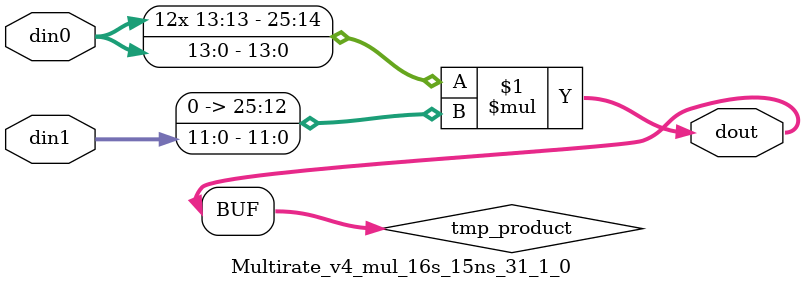
<source format=v>

`timescale 1 ns / 1 ps

 module Multirate_v4_mul_16s_15ns_31_1_0(din0, din1, dout);
parameter ID = 1;
parameter NUM_STAGE = 0;
parameter din0_WIDTH = 14;
parameter din1_WIDTH = 12;
parameter dout_WIDTH = 26;

input [din0_WIDTH - 1 : 0] din0; 
input [din1_WIDTH - 1 : 0] din1; 
output [dout_WIDTH - 1 : 0] dout;

wire signed [dout_WIDTH - 1 : 0] tmp_product;


























assign tmp_product = $signed(din0) * $signed({1'b0, din1});









assign dout = tmp_product;





















endmodule

</source>
